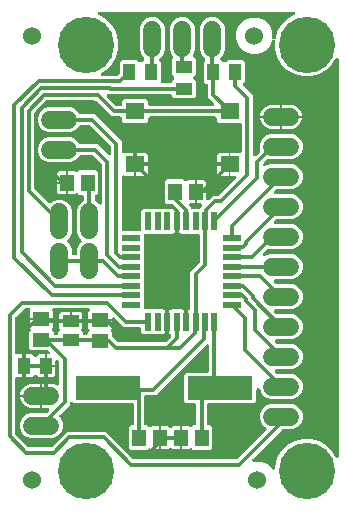
<source format=gbr>
G04 EAGLE Gerber X2 export*
%TF.Part,Single*%
%TF.FileFunction,Copper,L1,Top,Mixed*%
%TF.FilePolarity,Positive*%
%TF.GenerationSoftware,Autodesk,EAGLE,9.7.0*%
%TF.CreationDate,2022-05-12T22:12:44Z*%
G75*
%MOMM*%
%FSLAX46Y46*%
%LPD*%
%INTop Copper*%
%AMOC8*
5,1,8,0,0,1.08239X$1,22.5*%
G01*
G04 Define Apertures*
%ADD10R,1.164600X1.465300*%
%ADD11R,1.470000X1.020000*%
%ADD12R,1.465300X1.164600*%
%ADD13C,1.524000*%
%ADD14C,1.524000*%
%ADD15R,0.600000X1.500000*%
%ADD16R,1.500000X0.600000*%
%ADD17C,4.762500*%
%ADD18R,1.031200X1.420200*%
%ADD19R,1.420200X1.031200*%
%ADD20R,1.600000X1.400000*%
%ADD21R,5.500000X2.000000*%
%ADD22C,0.300000*%
G36*
X22756450Y3156475D02*
X22805144Y3191013D01*
X22836509Y3241809D01*
X22845750Y3293644D01*
X22845750Y3401000D01*
X23028469Y4082922D01*
X23381466Y4694325D01*
X23880675Y5193534D01*
X24492078Y5546531D01*
X25174000Y5729250D01*
X25880000Y5729250D01*
X26561922Y5546531D01*
X27173325Y5193534D01*
X27672534Y4694325D01*
X27948097Y4217041D01*
X27987638Y4172313D01*
X28041494Y4146550D01*
X28101131Y4143834D01*
X28157103Y4164594D01*
X28200547Y4205541D01*
X28224578Y4260191D01*
X28228000Y4292041D01*
X28228000Y37871959D01*
X28216119Y37930466D01*
X28182363Y37979703D01*
X28132072Y38011875D01*
X28073219Y38021884D01*
X28015122Y38008144D01*
X27966984Y37972834D01*
X27948097Y37946959D01*
X27672534Y37469675D01*
X27173325Y36970466D01*
X26561922Y36617469D01*
X25880000Y36434750D01*
X25174000Y36434750D01*
X24492078Y36617469D01*
X23880675Y36970466D01*
X23381466Y37469675D01*
X23028469Y38081078D01*
X22845750Y38763000D01*
X22845750Y39399566D01*
X22833869Y39458072D01*
X22800113Y39507309D01*
X22749822Y39539481D01*
X22690969Y39549491D01*
X22632872Y39535750D01*
X22584734Y39500441D01*
X22557169Y39456969D01*
X22373988Y39014725D01*
X21945275Y38586013D01*
X21385144Y38354000D01*
X20778856Y38354000D01*
X20218725Y38586013D01*
X19790013Y39014725D01*
X19558000Y39574856D01*
X19558000Y40181144D01*
X19790013Y40741275D01*
X20218725Y41169988D01*
X20778856Y41402000D01*
X21385144Y41402000D01*
X21945275Y41169988D01*
X22373988Y40741275D01*
X22606000Y40181144D01*
X22606000Y39713597D01*
X22617881Y39655091D01*
X22651638Y39605853D01*
X22701928Y39573681D01*
X22760781Y39563672D01*
X22818878Y39577413D01*
X22867016Y39612722D01*
X22900888Y39674775D01*
X23028469Y40150922D01*
X23381466Y40762325D01*
X23880675Y41261534D01*
X24480934Y41608097D01*
X24525663Y41647638D01*
X24551425Y41701494D01*
X24554141Y41761128D01*
X24533381Y41817103D01*
X24492434Y41860547D01*
X24437784Y41884578D01*
X24405934Y41888000D01*
X7979066Y41888000D01*
X7920559Y41876119D01*
X7871322Y41842363D01*
X7839150Y41792072D01*
X7829141Y41733219D01*
X7842881Y41675122D01*
X7878191Y41626984D01*
X7904066Y41608097D01*
X8504325Y41261534D01*
X9003534Y40762325D01*
X9356531Y40150922D01*
X9539250Y39469000D01*
X9539250Y38763000D01*
X9356531Y38081078D01*
X9003534Y37469675D01*
X8504325Y36970466D01*
X8140922Y36760653D01*
X8096194Y36721113D01*
X8070431Y36667256D01*
X8067716Y36607619D01*
X8088475Y36551647D01*
X8129422Y36508203D01*
X8184072Y36484172D01*
X8215922Y36480750D01*
X9462722Y36480750D01*
X9521228Y36492631D01*
X9568788Y36524684D01*
X9650966Y36606863D01*
X9683934Y36656631D01*
X9694900Y36712928D01*
X9694900Y37664366D01*
X9870634Y37840100D01*
X11150366Y37840100D01*
X11323934Y37666531D01*
X11373703Y37633563D01*
X11432391Y37622616D01*
X11490700Y37635428D01*
X11536066Y37666531D01*
X11728803Y37859269D01*
X11761772Y37909038D01*
X11772719Y37967725D01*
X11759906Y38026034D01*
X11728803Y38071400D01*
X11545678Y38254525D01*
X11384000Y38644853D01*
X11384000Y40591347D01*
X11545678Y40981675D01*
X11844425Y41280422D01*
X12234753Y41442100D01*
X12657247Y41442100D01*
X13047575Y41280422D01*
X13346322Y40981675D01*
X13508000Y40591347D01*
X13508000Y38644853D01*
X13346322Y38254525D01*
X13066697Y37974900D01*
X13033728Y37925131D01*
X13022781Y37866444D01*
X13035594Y37808134D01*
X13066697Y37762769D01*
X13165100Y37664366D01*
X13165100Y36002500D01*
X13176981Y35943994D01*
X13210738Y35894756D01*
X13261028Y35862584D01*
X13315100Y35852500D01*
X13957700Y35852500D01*
X14016206Y35864381D01*
X14065444Y35898138D01*
X14097616Y35948428D01*
X14107700Y36002500D01*
X14107700Y36042366D01*
X14281269Y36215934D01*
X14314238Y36265703D01*
X14325184Y36324391D01*
X14312372Y36382700D01*
X14281269Y36428066D01*
X14107700Y36601634D01*
X14107700Y37881366D01*
X14177203Y37950869D01*
X14210172Y38000638D01*
X14221119Y38059325D01*
X14208306Y38117634D01*
X14177203Y38163000D01*
X14085678Y38254525D01*
X13924000Y38644853D01*
X13924000Y40591347D01*
X14085678Y40981675D01*
X14384425Y41280422D01*
X14774753Y41442100D01*
X15197247Y41442100D01*
X15587575Y41280422D01*
X15886322Y40981675D01*
X16048000Y40591347D01*
X16048000Y38644853D01*
X15886138Y38254081D01*
X15874725Y38195481D01*
X15887069Y38137075D01*
X15918653Y38090613D01*
X16127900Y37881366D01*
X16127900Y36601634D01*
X15954331Y36428066D01*
X15921363Y36378297D01*
X15910416Y36319609D01*
X15923228Y36261300D01*
X15954331Y36215934D01*
X16127900Y36042366D01*
X16127900Y34762634D01*
X15952166Y34586900D01*
X14283434Y34586900D01*
X14107700Y34762634D01*
X14107700Y34802500D01*
X14095819Y34861006D01*
X14062063Y34910244D01*
X14011772Y34942416D01*
X13957700Y34952500D01*
X8718028Y34952500D01*
X8659522Y34940619D01*
X8610284Y34906863D01*
X8578113Y34856572D01*
X8568103Y34797719D01*
X8581844Y34739622D01*
X8611963Y34696434D01*
X9322463Y33985934D01*
X9372231Y33952966D01*
X9428528Y33942000D01*
X9736000Y33942000D01*
X9794506Y33953881D01*
X9843744Y33987638D01*
X9875916Y34037928D01*
X9886000Y34092000D01*
X9886000Y34316266D01*
X10061734Y34492000D01*
X11910266Y34492000D01*
X12086000Y34316266D01*
X12086000Y34092000D01*
X12097881Y34033494D01*
X12131638Y33984256D01*
X12181928Y33952084D01*
X12236000Y33942000D01*
X17537472Y33942000D01*
X17595978Y33953881D01*
X17645216Y33987638D01*
X17677388Y34037928D01*
X17687397Y34096781D01*
X17673656Y34154878D01*
X17643538Y34198066D01*
X17172500Y34669103D01*
X17172500Y35669900D01*
X17160619Y35728406D01*
X17126863Y35777644D01*
X17076572Y35809816D01*
X17022500Y35819900D01*
X16982634Y35819900D01*
X16806900Y35995634D01*
X16806900Y37664366D01*
X16905303Y37762769D01*
X16938272Y37812538D01*
X16949219Y37871225D01*
X16936406Y37929534D01*
X16905303Y37974900D01*
X16625678Y38254525D01*
X16464000Y38644853D01*
X16464000Y40591347D01*
X16625678Y40981675D01*
X16924425Y41280422D01*
X17314753Y41442100D01*
X17737247Y41442100D01*
X18127575Y41280422D01*
X18426322Y40981675D01*
X18588000Y40591347D01*
X18588000Y38644853D01*
X18426322Y38254525D01*
X18243197Y38071400D01*
X18210228Y38021631D01*
X18199281Y37962944D01*
X18212094Y37904634D01*
X18243197Y37859269D01*
X18435934Y37666531D01*
X18485703Y37633563D01*
X18544391Y37622616D01*
X18602700Y37635428D01*
X18648066Y37666531D01*
X18821634Y37840100D01*
X20101366Y37840100D01*
X20277100Y37664366D01*
X20277100Y35995634D01*
X20126194Y35844728D01*
X20093225Y35794959D01*
X20082278Y35736272D01*
X20095091Y35677963D01*
X20126194Y35632597D01*
X20940000Y34818791D01*
X20940000Y29804528D01*
X20951881Y29746022D01*
X20985638Y29696784D01*
X21035928Y29664613D01*
X21094781Y29654603D01*
X21152878Y29668344D01*
X21196066Y29698463D01*
X21538256Y30040653D01*
X21571225Y30090422D01*
X21582172Y30149109D01*
X21570772Y30204122D01*
X21544000Y30268753D01*
X21544000Y30691247D01*
X21705678Y31081575D01*
X22004425Y31380322D01*
X22394753Y31542000D01*
X24341247Y31542000D01*
X24731575Y31380322D01*
X25030322Y31081575D01*
X25192000Y30691247D01*
X25192000Y30268753D01*
X25030322Y29878425D01*
X24731575Y29579678D01*
X24341247Y29418000D01*
X22394756Y29418000D01*
X22341431Y29440088D01*
X22282834Y29451497D01*
X22224425Y29439150D01*
X22177966Y29407569D01*
X21865553Y29095156D01*
X21832584Y29045388D01*
X21821638Y28986700D01*
X21834450Y28928391D01*
X21868988Y28879697D01*
X21919784Y28848331D01*
X21978791Y28839263D01*
X22029022Y28850509D01*
X22394753Y29002000D01*
X24341247Y29002000D01*
X24731575Y28840322D01*
X25030322Y28541575D01*
X25192000Y28151247D01*
X25192000Y27728753D01*
X25030322Y27338425D01*
X24731575Y27039678D01*
X24341247Y26878000D01*
X23004528Y26878000D01*
X22946022Y26866119D01*
X22898463Y26834066D01*
X22782463Y26718066D01*
X22749494Y26668297D01*
X22738547Y26609609D01*
X22751359Y26551300D01*
X22785897Y26502606D01*
X22836694Y26471241D01*
X22888528Y26462000D01*
X24341247Y26462000D01*
X24731575Y26300322D01*
X25030322Y26001575D01*
X25192000Y25611247D01*
X25192000Y25188753D01*
X25030322Y24798425D01*
X24731575Y24499678D01*
X24341247Y24338000D01*
X23004528Y24338000D01*
X22946022Y24326119D01*
X22898463Y24294066D01*
X22782463Y24178066D01*
X22749494Y24128297D01*
X22738547Y24069609D01*
X22751359Y24011300D01*
X22785897Y23962606D01*
X22836694Y23931241D01*
X22888528Y23922000D01*
X24341247Y23922000D01*
X24731575Y23760322D01*
X25030322Y23461575D01*
X25192000Y23071247D01*
X25192000Y22648753D01*
X25030322Y22258425D01*
X24731575Y21959678D01*
X24341247Y21798000D01*
X22394750Y21798000D01*
X22335775Y21822428D01*
X22277178Y21833841D01*
X22218769Y21821497D01*
X22172309Y21789913D01*
X21851897Y21469500D01*
X21818928Y21419731D01*
X21807981Y21361044D01*
X21820794Y21302734D01*
X21855331Y21254041D01*
X21906128Y21222675D01*
X21965134Y21213606D01*
X22015366Y21224853D01*
X22394753Y21382000D01*
X24341247Y21382000D01*
X24731575Y21220322D01*
X25030322Y20921575D01*
X25192000Y20531247D01*
X25192000Y20108753D01*
X25030322Y19718425D01*
X24731575Y19419678D01*
X24341247Y19258000D01*
X22888528Y19258000D01*
X22830022Y19246119D01*
X22780784Y19212363D01*
X22748613Y19162072D01*
X22738603Y19103219D01*
X22752344Y19045122D01*
X22782463Y19001934D01*
X22898463Y18885934D01*
X22948231Y18852966D01*
X23004528Y18842000D01*
X24341247Y18842000D01*
X24731575Y18680322D01*
X25030322Y18381575D01*
X25192000Y17991247D01*
X25192000Y17568753D01*
X25030322Y17178425D01*
X24731575Y16879678D01*
X24341247Y16718000D01*
X22888528Y16718000D01*
X22830022Y16706119D01*
X22780784Y16672363D01*
X22748613Y16622072D01*
X22738603Y16563219D01*
X22752344Y16505122D01*
X22782463Y16461934D01*
X22898463Y16345934D01*
X22948231Y16312966D01*
X23004528Y16302000D01*
X24341247Y16302000D01*
X24731575Y16140322D01*
X25030322Y15841575D01*
X25192000Y15451247D01*
X25192000Y15028753D01*
X25030322Y14638425D01*
X24731575Y14339678D01*
X24341247Y14178000D01*
X22952497Y14178000D01*
X22893991Y14166119D01*
X22844753Y14132363D01*
X22812581Y14082072D01*
X22802572Y14023219D01*
X22816313Y13965122D01*
X22846431Y13921934D01*
X22962431Y13805934D01*
X23012200Y13772966D01*
X23068497Y13762000D01*
X24341247Y13762000D01*
X24731575Y13600322D01*
X25030322Y13301575D01*
X25192000Y12911247D01*
X25192000Y12488753D01*
X25030322Y12098425D01*
X24731575Y11799678D01*
X24341247Y11638000D01*
X22952497Y11638000D01*
X22893991Y11626119D01*
X22844753Y11592363D01*
X22812581Y11542072D01*
X22802572Y11483219D01*
X22816313Y11425122D01*
X22846431Y11381934D01*
X22962431Y11265934D01*
X23012200Y11232966D01*
X23068497Y11222000D01*
X24341247Y11222000D01*
X24731575Y11060322D01*
X25030322Y10761575D01*
X25192000Y10371247D01*
X25192000Y9948753D01*
X25030322Y9558425D01*
X24731575Y9259678D01*
X24341247Y9098000D01*
X22394753Y9098000D01*
X22004425Y9259678D01*
X21705678Y9558425D01*
X21550581Y9932866D01*
X21517219Y9982372D01*
X21467188Y10014941D01*
X21408413Y10025419D01*
X21350209Y10012144D01*
X21301794Y9977219D01*
X21270831Y9926175D01*
X21262000Y9875463D01*
X21262000Y8933334D01*
X21086266Y8757600D01*
X17223400Y8757600D01*
X17164894Y8745719D01*
X17115656Y8711963D01*
X17083484Y8661672D01*
X17073400Y8607600D01*
X17073400Y7024650D01*
X17085281Y6966144D01*
X17119038Y6916906D01*
X17169328Y6884734D01*
X17223400Y6874650D01*
X17329966Y6874650D01*
X17505700Y6698916D01*
X17505700Y4985084D01*
X17329966Y4809350D01*
X15916838Y4809350D01*
X15821544Y4904647D01*
X15771772Y4937616D01*
X15713084Y4948563D01*
X15654778Y4935753D01*
X15609409Y4904647D01*
X15560113Y4855350D01*
X14948800Y4855350D01*
X14948800Y6828650D01*
X15560109Y6828650D01*
X15609409Y6779353D01*
X15659181Y6746384D01*
X15717869Y6735441D01*
X15776178Y6748253D01*
X15821541Y6779356D01*
X15916834Y6874650D01*
X16023400Y6874650D01*
X16081906Y6886531D01*
X16131144Y6920288D01*
X16163316Y6970578D01*
X16173400Y7024650D01*
X16173400Y8607600D01*
X16161519Y8666106D01*
X16127763Y8715344D01*
X16077472Y8747516D01*
X16023400Y8757600D01*
X15337734Y8757600D01*
X15162000Y8933334D01*
X15162000Y11181866D01*
X15337734Y11357600D01*
X17109800Y11357600D01*
X17168306Y11369481D01*
X17217544Y11403238D01*
X17249716Y11453528D01*
X17259800Y11507600D01*
X17259800Y13620678D01*
X17247919Y13679184D01*
X17214163Y13728422D01*
X17163872Y13760594D01*
X17105019Y13770603D01*
X17046922Y13756863D01*
X17003734Y13726744D01*
X12732991Y9456000D01*
X11916600Y9456000D01*
X11858094Y9444119D01*
X11808856Y9410363D01*
X11776684Y9360072D01*
X11766600Y9306000D01*
X11766600Y7024650D01*
X11778481Y6966144D01*
X11812238Y6916906D01*
X11862528Y6884734D01*
X11916600Y6874650D01*
X12023163Y6874650D01*
X12118463Y6779353D01*
X12168234Y6746388D01*
X12226922Y6735441D01*
X12285228Y6748253D01*
X12330594Y6779356D01*
X12379888Y6828650D01*
X12991200Y6828650D01*
X12991200Y4855350D01*
X12379891Y4855350D01*
X12330597Y4904647D01*
X12280828Y4937616D01*
X12222141Y4948563D01*
X12163831Y4935753D01*
X12118463Y4904647D01*
X12023166Y4809350D01*
X10610034Y4809350D01*
X10434300Y4985084D01*
X10434300Y6698916D01*
X10610034Y6874650D01*
X10716600Y6874650D01*
X10775106Y6886531D01*
X10824344Y6920288D01*
X10856516Y6970578D01*
X10866600Y7024650D01*
X10866600Y8607600D01*
X10854719Y8666106D01*
X10820963Y8715344D01*
X10770672Y8747516D01*
X10716600Y8757600D01*
X5837734Y8757600D01*
X5728066Y8867269D01*
X5678297Y8900238D01*
X5619609Y8911184D01*
X5561300Y8898372D01*
X5512606Y8863834D01*
X5481241Y8813038D01*
X5472000Y8761203D01*
X5472000Y8645603D01*
X4604213Y7777816D01*
X4571244Y7728047D01*
X4560297Y7669359D01*
X4573109Y7611050D01*
X4604213Y7565684D01*
X4710322Y7459575D01*
X4872000Y7069247D01*
X4872000Y6646753D01*
X4710322Y6256425D01*
X4411575Y5957678D01*
X4021247Y5796000D01*
X2074753Y5796000D01*
X1684425Y5957678D01*
X1385678Y6256425D01*
X1224000Y6646753D01*
X1224000Y7069247D01*
X1385678Y7459575D01*
X1684425Y7758322D01*
X2074753Y7920000D01*
X3411472Y7920000D01*
X3469978Y7931881D01*
X3517538Y7963934D01*
X3679538Y8125934D01*
X3712506Y8175703D01*
X3723453Y8234391D01*
X3710641Y8292700D01*
X3676103Y8341394D01*
X3625306Y8372759D01*
X3573472Y8382000D01*
X3124200Y8382000D01*
X3124200Y10414000D01*
X4012097Y10414000D01*
X4364597Y10267991D01*
X4423197Y10256578D01*
X4481606Y10268922D01*
X4530572Y10303072D01*
X4562341Y10353616D01*
X4572000Y10406572D01*
X4572000Y12255472D01*
X4560119Y12313978D01*
X4528066Y12361538D01*
X4485166Y12404438D01*
X4435397Y12437406D01*
X4376709Y12448353D01*
X4318400Y12435541D01*
X4269706Y12401003D01*
X4238341Y12350206D01*
X4229100Y12298372D01*
X4229100Y12014200D01*
X3535700Y12014200D01*
X3535700Y12902100D01*
X3625372Y12902100D01*
X3683878Y12913981D01*
X3733116Y12947738D01*
X3765288Y12998028D01*
X3775297Y13056881D01*
X3761556Y13114978D01*
X3731438Y13158166D01*
X3705238Y13184366D01*
X3655469Y13217334D01*
X3599172Y13228300D01*
X2200834Y13228300D01*
X2025100Y13404034D01*
X2025100Y14817166D01*
X2120397Y14912463D01*
X2153366Y14962231D01*
X2164313Y15020919D01*
X2151500Y15079228D01*
X2120397Y15124597D01*
X2071100Y15173891D01*
X2071100Y15785200D01*
X4044400Y15785200D01*
X4044400Y15173888D01*
X3995106Y15124594D01*
X3962138Y15074825D01*
X3951191Y15016138D01*
X3964003Y14957828D01*
X3995103Y14912463D01*
X4090400Y14817163D01*
X4090400Y14710600D01*
X4102281Y14652094D01*
X4136038Y14602856D01*
X4186328Y14570684D01*
X4240400Y14560600D01*
X4346350Y14560600D01*
X4404856Y14572481D01*
X4454094Y14606238D01*
X4486266Y14656528D01*
X4496350Y14710600D01*
X4496350Y14753266D01*
X4588547Y14845463D01*
X4621516Y14895231D01*
X4632463Y14953919D01*
X4619650Y15012228D01*
X4588547Y15057597D01*
X4542350Y15103791D01*
X4542350Y15642800D01*
X6520350Y15642800D01*
X6520350Y15103788D01*
X6474156Y15057594D01*
X6441188Y15007825D01*
X6430241Y14949138D01*
X6443053Y14890828D01*
X6474153Y14845463D01*
X6566350Y14753263D01*
X6566350Y14719000D01*
X6578231Y14660494D01*
X6611988Y14611256D01*
X6662278Y14579084D01*
X6716350Y14569000D01*
X6841400Y14569000D01*
X6899906Y14580881D01*
X6949144Y14614638D01*
X6981316Y14664928D01*
X6991400Y14719000D01*
X6991400Y14769866D01*
X7086697Y14865163D01*
X7119666Y14914931D01*
X7130613Y14973619D01*
X7117800Y15031928D01*
X7086697Y15077297D01*
X7037400Y15126591D01*
X7037400Y15737900D01*
X9010700Y15737900D01*
X9010700Y15126588D01*
X8961406Y15077294D01*
X8928438Y15027525D01*
X8917491Y14968838D01*
X8930303Y14910528D01*
X8961403Y14865163D01*
X9056700Y14769863D01*
X9056700Y14501828D01*
X9068581Y14443322D01*
X9100634Y14395763D01*
X9540463Y13955934D01*
X9590231Y13922966D01*
X9646528Y13912000D01*
X13467472Y13912000D01*
X13525978Y13923881D01*
X13573538Y13955934D01*
X14015866Y14398263D01*
X14048834Y14448031D01*
X14059800Y14504328D01*
X14059800Y14509600D01*
X14047919Y14568106D01*
X14014163Y14617344D01*
X13963872Y14649516D01*
X13909800Y14659600D01*
X13786000Y14659600D01*
X13786000Y16667600D01*
X13977403Y16667600D01*
X14035909Y16679481D01*
X14083469Y16711534D01*
X14085534Y16713600D01*
X14934066Y16713600D01*
X14936131Y16711534D01*
X14985900Y16678566D01*
X15042197Y16667600D01*
X15233600Y16667600D01*
X15233600Y15587400D01*
X15386000Y15587400D01*
X15386000Y16667600D01*
X15509800Y16667600D01*
X15568306Y16679481D01*
X15617544Y16713238D01*
X15649716Y16763528D01*
X15659800Y16817600D01*
X15659800Y19852197D01*
X16415866Y20608263D01*
X16448834Y20658031D01*
X16459800Y20714328D01*
X16459800Y22963600D01*
X16447919Y23022106D01*
X16414163Y23071344D01*
X16363872Y23103516D01*
X16309800Y23113600D01*
X14885534Y23113600D01*
X14883469Y23115666D01*
X14833700Y23148634D01*
X14777403Y23159600D01*
X14586000Y23159600D01*
X14586000Y24239800D01*
X14433600Y24239800D01*
X14433600Y23159600D01*
X14242197Y23159600D01*
X14183691Y23147719D01*
X14136131Y23115666D01*
X14134066Y23113600D01*
X11859800Y23113600D01*
X11801294Y23101719D01*
X11752056Y23067963D01*
X11719884Y23017672D01*
X11709800Y22963600D01*
X11709800Y16863600D01*
X11721681Y16805094D01*
X11755438Y16755856D01*
X11805728Y16723684D01*
X11859800Y16713600D01*
X13334066Y16713600D01*
X13336131Y16711534D01*
X13385900Y16678566D01*
X13442197Y16667600D01*
X13633600Y16667600D01*
X13633600Y14659600D01*
X13442197Y14659600D01*
X13383691Y14647719D01*
X13336131Y14615666D01*
X13334066Y14613600D01*
X11685534Y14613600D01*
X11509800Y14789334D01*
X11509800Y15063600D01*
X11497919Y15122106D01*
X11464163Y15171344D01*
X11413872Y15203516D01*
X11359800Y15213600D01*
X10058003Y15213600D01*
X9266766Y16004838D01*
X9216997Y16037806D01*
X9158309Y16048753D01*
X9100000Y16035941D01*
X9051306Y16001403D01*
X9019941Y15950606D01*
X9010700Y15898772D01*
X9010700Y15890300D01*
X7037400Y15890300D01*
X7037400Y16501613D01*
X7101722Y16565934D01*
X7134691Y16615703D01*
X7145638Y16674391D01*
X7132825Y16732700D01*
X7098288Y16781394D01*
X7047491Y16812759D01*
X6995656Y16822000D01*
X4133444Y16822000D01*
X4074938Y16810119D01*
X4025700Y16776363D01*
X3993528Y16726072D01*
X3983519Y16667219D01*
X3997259Y16609122D01*
X4027378Y16565934D01*
X4044400Y16548913D01*
X4044400Y15937600D01*
X2071100Y15937600D01*
X2071100Y16548913D01*
X2088122Y16565934D01*
X2121091Y16615703D01*
X2132038Y16674391D01*
X2119225Y16732700D01*
X2084688Y16781394D01*
X2033891Y16812759D01*
X1982056Y16822000D01*
X1698647Y16822000D01*
X1640141Y16810119D01*
X1592581Y16778066D01*
X894834Y16080319D01*
X861866Y16030550D01*
X850900Y15974253D01*
X850900Y13052100D01*
X862781Y12993594D01*
X896538Y12944356D01*
X946828Y12912184D01*
X1000900Y12902100D01*
X1544300Y12902100D01*
X1544300Y10973900D01*
X1000900Y10973900D01*
X942394Y10962019D01*
X893156Y10928263D01*
X860984Y10877972D01*
X850900Y10823900D01*
X850900Y6197628D01*
X862781Y6139122D01*
X894834Y6091563D01*
X1920463Y5065934D01*
X1970231Y5032966D01*
X2026528Y5022000D01*
X3875478Y5022000D01*
X3933984Y5033881D01*
X3981544Y5065934D01*
X5244859Y6329250D01*
X8531147Y6329250D01*
X10810463Y4049934D01*
X10860231Y4016966D01*
X10916528Y4006000D01*
X19563472Y4006000D01*
X19621978Y4017881D01*
X19669538Y4049934D01*
X22082466Y6462863D01*
X22115434Y6512631D01*
X22126381Y6571319D01*
X22113569Y6629628D01*
X22079031Y6678322D01*
X22033803Y6707509D01*
X22004425Y6719678D01*
X21705678Y7018425D01*
X21544000Y7408753D01*
X21544000Y7831247D01*
X21705678Y8221575D01*
X22004425Y8520322D01*
X22394753Y8682000D01*
X24341247Y8682000D01*
X24731575Y8520322D01*
X25030322Y8221575D01*
X25192000Y7831247D01*
X25192000Y7408753D01*
X25030322Y7018425D01*
X24731575Y6719678D01*
X24341247Y6558000D01*
X23512528Y6558000D01*
X23454022Y6546119D01*
X23406463Y6514066D01*
X20958463Y4066066D01*
X20925494Y4016297D01*
X20914547Y3957609D01*
X20927359Y3899300D01*
X20961897Y3850606D01*
X21012694Y3819241D01*
X21064528Y3810000D01*
X21639144Y3810000D01*
X22199275Y3577988D01*
X22589684Y3187578D01*
X22639453Y3154609D01*
X22698141Y3143663D01*
X22756450Y3156475D01*
G37*
%LPC*%
G36*
X21590000Y33096200D02*
X21590000Y33222097D01*
X21744675Y33595519D01*
X22030481Y33881325D01*
X22403903Y34036000D01*
X23291800Y34036000D01*
X23291800Y33096200D01*
X21590000Y33096200D01*
G37*
G36*
X23444200Y33096200D02*
X23444200Y34036000D01*
X24332097Y34036000D01*
X24705519Y33881325D01*
X24991325Y33595519D01*
X25146000Y33222097D01*
X25146000Y33096200D01*
X23444200Y33096200D01*
G37*
G36*
X23444200Y32004000D02*
X23444200Y32943800D01*
X25146000Y32943800D01*
X25146000Y32817903D01*
X24991325Y32444481D01*
X24705519Y32158675D01*
X24332097Y32004000D01*
X23444200Y32004000D01*
G37*
G36*
X22403903Y32004000D02*
X22030481Y32158675D01*
X21744675Y32444481D01*
X21590000Y32817903D01*
X21590000Y32943800D01*
X23291800Y32943800D01*
X23291800Y32004000D01*
X22403903Y32004000D01*
G37*
G36*
X4542350Y15795200D02*
X4542350Y16334213D01*
X4691138Y16483000D01*
X5455150Y16483000D01*
X5455150Y15795200D01*
X4542350Y15795200D01*
G37*
G36*
X5607550Y15795200D02*
X5607550Y16483000D01*
X6371563Y16483000D01*
X6520350Y16334213D01*
X6520350Y15795200D01*
X5607550Y15795200D01*
G37*
G36*
X1696700Y10973900D02*
X1696700Y12902100D01*
X2241313Y12902100D01*
X2433934Y12709478D01*
X2483703Y12676509D01*
X2542391Y12665563D01*
X2600700Y12678375D01*
X2646066Y12709478D01*
X2838688Y12902100D01*
X3383300Y12902100D01*
X3383300Y10973900D01*
X2838688Y10973900D01*
X2646066Y11166522D01*
X2596297Y11199491D01*
X2537609Y11210438D01*
X2479300Y11197625D01*
X2433934Y11166522D01*
X2241313Y10973900D01*
X1696700Y10973900D01*
G37*
G36*
X3535700Y10973900D02*
X3535700Y11861800D01*
X4229100Y11861800D01*
X4229100Y11122688D01*
X4080313Y10973900D01*
X3535700Y10973900D01*
G37*
G36*
X1270000Y9474200D02*
X1270000Y9600097D01*
X1424675Y9973519D01*
X1710481Y10259325D01*
X2083903Y10414000D01*
X2971800Y10414000D01*
X2971800Y9474200D01*
X1270000Y9474200D01*
G37*
G36*
X2083903Y8382000D02*
X1710481Y8536675D01*
X1424675Y8822481D01*
X1270000Y9195903D01*
X1270000Y9321800D01*
X2971800Y9321800D01*
X2971800Y8382000D01*
X2083903Y8382000D01*
G37*
G36*
X13143600Y4855350D02*
X13143600Y6828650D01*
X13754913Y6828650D01*
X13863934Y6719628D01*
X13913703Y6686659D01*
X13972391Y6675713D01*
X14030700Y6688525D01*
X14076066Y6719628D01*
X14185088Y6828650D01*
X14796400Y6828650D01*
X14796400Y4855350D01*
X14185088Y4855350D01*
X14076066Y4964372D01*
X14026297Y4997341D01*
X13967609Y5008288D01*
X13909300Y4995475D01*
X13863934Y4964372D01*
X13754913Y4855350D01*
X13143600Y4855350D01*
G37*
%LPD*%
G36*
X11418306Y23325481D02*
X11467544Y23359238D01*
X11499716Y23409528D01*
X11509800Y23463600D01*
X11509800Y25037866D01*
X11685534Y25213600D01*
X14196197Y25213600D01*
X14254703Y25225481D01*
X14303941Y25259238D01*
X14336113Y25309528D01*
X14346122Y25368381D01*
X14332381Y25426478D01*
X14302263Y25469666D01*
X14178513Y25593416D01*
X14128744Y25626384D01*
X14072447Y25637350D01*
X13658034Y25637350D01*
X13482300Y25813084D01*
X13482300Y27526916D01*
X13658034Y27702650D01*
X15071163Y27702650D01*
X15166463Y27607353D01*
X15216234Y27574388D01*
X15274922Y27563441D01*
X15333228Y27576253D01*
X15378594Y27607356D01*
X15427888Y27656650D01*
X16039200Y27656650D01*
X16039200Y25683350D01*
X15723503Y25683350D01*
X15664997Y25671469D01*
X15615759Y25637713D01*
X15583588Y25587422D01*
X15573578Y25528569D01*
X15587319Y25470472D01*
X15617438Y25427284D01*
X15717109Y25327613D01*
X15721681Y25305094D01*
X15755438Y25255856D01*
X15805728Y25223684D01*
X15859800Y25213600D01*
X16374878Y25213600D01*
X16433384Y25225481D01*
X16480944Y25257534D01*
X16650694Y25427284D01*
X16683663Y25477053D01*
X16694609Y25535741D01*
X16681797Y25594050D01*
X16647259Y25642744D01*
X16596463Y25674109D01*
X16544628Y25683350D01*
X16191600Y25683350D01*
X16191600Y26593800D01*
X16951700Y26593800D01*
X16951700Y26090422D01*
X16963581Y26031916D01*
X16997338Y25982678D01*
X17047628Y25950506D01*
X17106481Y25940497D01*
X17164578Y25954238D01*
X17207766Y25984356D01*
X17545009Y26321600D01*
X18007466Y26321600D01*
X18065972Y26333481D01*
X18113531Y26365534D01*
X19529931Y27781934D01*
X19562900Y27831703D01*
X19573847Y27890391D01*
X19561034Y27948700D01*
X19526497Y27997394D01*
X19475700Y28028759D01*
X19423866Y28038000D01*
X19062200Y28038000D01*
X19062200Y29946000D01*
X19890000Y29946000D01*
X19948506Y29957881D01*
X19997744Y29991638D01*
X20029916Y30041928D01*
X20040000Y30096000D01*
X20040000Y32342000D01*
X20028119Y32400506D01*
X19994363Y32449744D01*
X19944072Y32481916D01*
X19890000Y32492000D01*
X18061734Y32492000D01*
X17886000Y32667734D01*
X17886000Y32892000D01*
X17874119Y32950506D01*
X17840363Y32999744D01*
X17790072Y33031916D01*
X17736000Y33042000D01*
X12236000Y33042000D01*
X12177494Y33030119D01*
X12128256Y32996363D01*
X12096084Y32946072D01*
X12086000Y32892000D01*
X12086000Y32667734D01*
X11910266Y32492000D01*
X10061734Y32492000D01*
X9886000Y32667734D01*
X9886000Y32892000D01*
X9874119Y32950506D01*
X9840363Y32999744D01*
X9790072Y33031916D01*
X9736000Y33042000D01*
X8993603Y33042000D01*
X7698788Y34336816D01*
X7649019Y34369784D01*
X7592722Y34380750D01*
X3560716Y34380750D01*
X3502209Y34368869D01*
X3454650Y34336816D01*
X2491934Y33374100D01*
X2458966Y33324331D01*
X2448000Y33268034D01*
X2448000Y33007081D01*
X2459881Y32948575D01*
X2493638Y32899338D01*
X2543928Y32867166D01*
X2602781Y32857156D01*
X2660878Y32870897D01*
X2709016Y32906206D01*
X2736581Y32949678D01*
X2909678Y33367575D01*
X3208425Y33666322D01*
X3598753Y33828000D01*
X5545247Y33828000D01*
X5935575Y33666322D01*
X6234322Y33367575D01*
X6258750Y33308600D01*
X6292113Y33259094D01*
X6342144Y33226522D01*
X6397331Y33216000D01*
X7552397Y33216000D01*
X9848000Y30920397D01*
X9848000Y30075344D01*
X9859881Y30016838D01*
X9893638Y29967600D01*
X9943928Y29935428D01*
X10002781Y29925419D01*
X10060878Y29939159D01*
X10070688Y29946000D01*
X10909800Y29946000D01*
X10909800Y28038000D01*
X10068925Y28038000D01*
X10054297Y28047691D01*
X9995609Y28058638D01*
X9937300Y28045825D01*
X9888606Y28011288D01*
X9857241Y27960491D01*
X9848000Y27908656D01*
X9848000Y23463600D01*
X9859881Y23405094D01*
X9893638Y23355856D01*
X9943928Y23323684D01*
X9998000Y23313600D01*
X11359800Y23313600D01*
X11418306Y23325481D01*
G37*
%LPC*%
G36*
X11062200Y29068200D02*
X11062200Y29946000D01*
X11891213Y29946000D01*
X12040000Y29797213D01*
X12040000Y29068200D01*
X11062200Y29068200D01*
G37*
G36*
X17932000Y29068200D02*
X17932000Y29797213D01*
X18080788Y29946000D01*
X18909800Y29946000D01*
X18909800Y29068200D01*
X17932000Y29068200D01*
G37*
G36*
X18080788Y28038000D02*
X17932000Y28186788D01*
X17932000Y28915800D01*
X18909800Y28915800D01*
X18909800Y28038000D01*
X18080788Y28038000D01*
G37*
G36*
X11062200Y28038000D02*
X11062200Y28915800D01*
X12040000Y28915800D01*
X12040000Y28186788D01*
X11891213Y28038000D01*
X11062200Y28038000D01*
G37*
G36*
X16191600Y26746200D02*
X16191600Y27656650D01*
X16802913Y27656650D01*
X16951700Y27507863D01*
X16951700Y26746200D01*
X16191600Y26746200D01*
G37*
%LPD*%
G36*
X8858700Y29759359D02*
X8907394Y29793897D01*
X8938759Y29844694D01*
X8948000Y29896528D01*
X8948000Y30485472D01*
X8936119Y30543978D01*
X8904066Y30591538D01*
X7223538Y32272066D01*
X7173769Y32305034D01*
X7117472Y32316000D01*
X6397331Y32316000D01*
X6338825Y32304119D01*
X6289588Y32270363D01*
X6258750Y32223400D01*
X6234322Y32164425D01*
X5935575Y31865678D01*
X5545247Y31704000D01*
X3598753Y31704000D01*
X3208425Y31865678D01*
X2909678Y32164425D01*
X2736581Y32582322D01*
X2703219Y32631828D01*
X2653188Y32664397D01*
X2594413Y32674875D01*
X2536209Y32661600D01*
X2487794Y32626675D01*
X2456831Y32575631D01*
X2448000Y32524919D01*
X2448000Y30467081D01*
X2459881Y30408575D01*
X2493638Y30359338D01*
X2543928Y30327166D01*
X2602781Y30317156D01*
X2660878Y30330897D01*
X2709016Y30366206D01*
X2736581Y30409678D01*
X2909678Y30827575D01*
X3208425Y31126322D01*
X3598753Y31288000D01*
X5545247Y31288000D01*
X5935575Y31126322D01*
X6234322Y30827575D01*
X6258750Y30768600D01*
X6292113Y30719094D01*
X6342144Y30686522D01*
X6397331Y30676000D01*
X7806397Y30676000D01*
X8691934Y29790463D01*
X8741703Y29757494D01*
X8800391Y29746547D01*
X8858700Y29759359D01*
G37*
G36*
X5958506Y21289881D02*
X6007744Y21323638D01*
X6039916Y21373928D01*
X6050000Y21428000D01*
X6050000Y21801247D01*
X6211678Y22191575D01*
X6416038Y22395934D01*
X6449006Y22445703D01*
X6459953Y22504391D01*
X6447141Y22562700D01*
X6416038Y22608066D01*
X6211678Y22812425D01*
X6050000Y23202753D01*
X6050000Y25149247D01*
X6211678Y25539575D01*
X6510425Y25838322D01*
X6569400Y25862750D01*
X6618906Y25896113D01*
X6651478Y25946144D01*
X6662000Y26001331D01*
X6662000Y26249350D01*
X6650119Y26307856D01*
X6616363Y26357094D01*
X6566072Y26389266D01*
X6512000Y26399350D01*
X6264838Y26399350D01*
X6169544Y26494647D01*
X6119772Y26527616D01*
X6061084Y26538563D01*
X6002778Y26525753D01*
X5957409Y26494647D01*
X5908113Y26445350D01*
X5296800Y26445350D01*
X5296800Y28418650D01*
X5908109Y28418650D01*
X5957409Y28369353D01*
X6007181Y28336384D01*
X6065869Y28325441D01*
X6124178Y28338253D01*
X6169541Y28369356D01*
X6264834Y28464650D01*
X7677966Y28464650D01*
X7853700Y28288916D01*
X7853700Y26575084D01*
X7669294Y26390678D01*
X7653494Y26387469D01*
X7604256Y26353713D01*
X7572084Y26303422D01*
X7562000Y26249350D01*
X7562000Y26001331D01*
X7573881Y25942825D01*
X7607638Y25893588D01*
X7654600Y25862750D01*
X7713575Y25838322D01*
X7929934Y25621963D01*
X7979703Y25588994D01*
X8038391Y25578047D01*
X8096700Y25590859D01*
X8145394Y25625397D01*
X8176759Y25676194D01*
X8186000Y25728028D01*
X8186000Y28961472D01*
X8174119Y29019978D01*
X8142066Y29067538D01*
X7477538Y29732066D01*
X7427769Y29765034D01*
X7371472Y29776000D01*
X6397331Y29776000D01*
X6338825Y29764119D01*
X6289588Y29730363D01*
X6258750Y29683400D01*
X6234322Y29624425D01*
X5935575Y29325678D01*
X5545247Y29164000D01*
X3598753Y29164000D01*
X3208425Y29325678D01*
X2909678Y29624425D01*
X2736581Y30042322D01*
X2703219Y30091828D01*
X2653188Y30124397D01*
X2594413Y30134875D01*
X2536209Y30121600D01*
X2487794Y30086675D01*
X2456831Y30035631D01*
X2448000Y29984919D01*
X2448000Y26998528D01*
X2459881Y26940022D01*
X2491934Y26892463D01*
X3652184Y25732213D01*
X3701953Y25699244D01*
X3760641Y25688297D01*
X3818950Y25701109D01*
X3864316Y25732213D01*
X3970425Y25838322D01*
X4360753Y26000000D01*
X4783247Y26000000D01*
X5173575Y25838322D01*
X5472322Y25539575D01*
X5634000Y25149247D01*
X5634000Y23202753D01*
X5472322Y22812425D01*
X5267963Y22608066D01*
X5234994Y22558297D01*
X5224047Y22499609D01*
X5236859Y22441300D01*
X5267963Y22395934D01*
X5472322Y22191575D01*
X5634000Y21801247D01*
X5634000Y21428000D01*
X5645881Y21369494D01*
X5679638Y21320256D01*
X5729928Y21288084D01*
X5784000Y21278000D01*
X5900000Y21278000D01*
X5958506Y21289881D01*
G37*
%LPC*%
G36*
X4384300Y27508200D02*
X4384300Y28269863D01*
X4533088Y28418650D01*
X5144400Y28418650D01*
X5144400Y27508200D01*
X4384300Y27508200D01*
G37*
G36*
X4533088Y26445350D02*
X4384300Y26594138D01*
X4384300Y27355800D01*
X5144400Y27355800D01*
X5144400Y26445350D01*
X4533088Y26445350D01*
G37*
%LPD*%
D10*
X13067400Y5842000D03*
X11316600Y5842000D03*
X14872600Y5842000D03*
X16623400Y5842000D03*
X14364600Y26670000D03*
X16115400Y26670000D03*
D11*
X5531350Y15719000D03*
X5531350Y14119000D03*
D12*
X3057750Y15861400D03*
X3057750Y14110600D03*
X8024050Y15814100D03*
X8024050Y14063300D03*
D10*
X5220600Y27432000D03*
X6971400Y27432000D03*
D13*
X21336000Y2286000D03*
X2286000Y2286000D03*
X21082000Y39878000D03*
X2286000Y39878000D03*
D14*
X3810000Y32766000D02*
X5334000Y32766000D01*
X5334000Y30226000D02*
X3810000Y30226000D01*
D15*
X12109800Y15663600D03*
X12909800Y15663600D03*
X13709800Y15663600D03*
X14509800Y15663600D03*
X15309800Y15663600D03*
X16109800Y15663600D03*
X16909800Y15663600D03*
X17709800Y15663600D03*
D16*
X19159800Y17113600D03*
X19159800Y17913600D03*
X19159800Y18713600D03*
X19159800Y19513600D03*
X19159800Y20313600D03*
X19159800Y21113600D03*
X19159800Y21913600D03*
X19159800Y22713600D03*
D15*
X17709800Y24163600D03*
X16909800Y24163600D03*
X16109800Y24163600D03*
X15309800Y24163600D03*
X14509800Y24163600D03*
X13709800Y24163600D03*
X12909800Y24163600D03*
X12109800Y24163600D03*
D16*
X10659800Y22713600D03*
X10659800Y21913600D03*
X10659800Y21113600D03*
X10659800Y20313600D03*
X10659800Y19513600D03*
X10659800Y18713600D03*
X10659800Y17913600D03*
X10659800Y17113600D03*
D14*
X22606000Y33020000D02*
X24130000Y33020000D01*
X24130000Y30480000D02*
X22606000Y30480000D01*
X22606000Y27940000D02*
X24130000Y27940000D01*
X24130000Y25400000D02*
X22606000Y25400000D01*
X22606000Y22860000D02*
X24130000Y22860000D01*
X24130000Y20320000D02*
X22606000Y20320000D01*
X22606000Y17780000D02*
X24130000Y17780000D01*
X24130000Y15240000D02*
X22606000Y15240000D01*
X22606000Y12700000D02*
X24130000Y12700000D01*
X24130000Y10160000D02*
X22606000Y10160000D01*
X22606000Y7620000D02*
X24130000Y7620000D01*
D17*
X25527000Y39116000D03*
X25527000Y3048000D03*
X6858000Y39116000D03*
X6858000Y3048000D03*
D18*
X10510500Y36830000D03*
X12349500Y36830000D03*
D19*
X15117800Y35402500D03*
X15117800Y37241500D03*
D18*
X17622500Y36830000D03*
X19461500Y36830000D03*
X1620500Y11938000D03*
X3459500Y11938000D03*
D20*
X18986000Y28992000D03*
X10986000Y28992000D03*
X18986000Y33492000D03*
X10986000Y33492000D03*
D14*
X4572000Y21590000D02*
X4572000Y20066000D01*
X7112000Y20066000D02*
X7112000Y21590000D01*
X4572000Y23414000D02*
X4572000Y24938000D01*
X7112000Y24938000D02*
X7112000Y23414000D01*
X17526000Y38856100D02*
X17526000Y40380100D01*
X14986000Y40380100D02*
X14986000Y38856100D01*
X12446000Y38856100D02*
X12446000Y40380100D01*
X3810000Y6858000D02*
X2286000Y6858000D01*
X2286000Y9398000D02*
X3810000Y9398000D01*
D21*
X18212000Y10057600D03*
X8712000Y10057600D03*
D22*
X13067400Y5842000D02*
X14872600Y5842000D01*
X5531350Y15719000D02*
X3200150Y15719000D01*
X3109575Y15809575D02*
X3057750Y15861400D01*
X3109575Y15809575D02*
X3200150Y15719000D01*
X5531350Y15719000D02*
X7928950Y15719000D01*
X8024050Y15814100D01*
X8569900Y15814100D01*
X10160000Y14224000D01*
X13659800Y14727206D02*
X13659800Y15613600D01*
X13709800Y15663600D01*
X13156594Y14224000D02*
X10160000Y14224000D01*
X13156594Y14224000D02*
X13659800Y14727206D01*
X13709800Y15663600D02*
X13709800Y16757800D01*
X14224000Y17272000D01*
X14478000Y17272000D01*
X14986000Y17272000D01*
X15309800Y16948200D01*
X15309800Y15663600D01*
X18986000Y28992000D02*
X10986000Y28992000D01*
X16664000Y26670000D02*
X18986000Y28992000D01*
X16664000Y26670000D02*
X16115400Y26670000D01*
X12824300Y27153700D02*
X10986000Y28992000D01*
X12824300Y27153700D02*
X12824300Y26004956D01*
X13465656Y25363600D01*
X14196194Y25363600D01*
X14509800Y25049994D01*
X14509800Y24163600D01*
X10986000Y28992000D02*
X10986000Y30670000D01*
X5220600Y27432000D02*
X4889969Y27432000D01*
X2598000Y29723969D01*
X2598000Y33268031D01*
X3560719Y34230750D01*
X7425250Y34230750D02*
X10986000Y30670000D01*
X7425250Y34230750D02*
X3560719Y34230750D01*
X2601575Y15809575D02*
X1620500Y14828500D01*
X2601575Y15809575D02*
X3109575Y15809575D01*
X1620500Y14828500D02*
X1620500Y11938000D01*
X3459500Y11938000D01*
X3459500Y9809500D01*
X3048000Y9398000D01*
X1620500Y11018500D02*
X1620500Y11938000D01*
X1620500Y11018500D02*
X1016000Y10414000D01*
X1016000Y6350000D01*
X2032000Y5334000D01*
X11938000Y4318000D02*
X13067400Y5447400D01*
X13067400Y5842000D01*
X10889256Y4318000D02*
X8603256Y6604000D01*
X10889256Y4318000D02*
X11938000Y4318000D01*
X4037475Y5334000D02*
X2032000Y5334000D01*
X4037475Y5334000D02*
X5307475Y6604000D01*
X8603256Y6604000D01*
X14509800Y17303800D02*
X14509800Y24163600D01*
X14509800Y17303800D02*
X14478000Y17272000D01*
X23368000Y10223969D02*
X23368000Y10160000D01*
X20286000Y15987400D02*
X19159800Y17113600D01*
X20286000Y15987400D02*
X20286000Y13305969D01*
X23368000Y10223969D01*
X19209800Y17863600D02*
X19159800Y17913600D01*
X23368000Y12763969D02*
X23368000Y12700000D01*
X21140000Y14991969D02*
X21140000Y16619469D01*
X21140000Y14991969D02*
X23368000Y12763969D01*
X21140000Y16619469D02*
X20359800Y17399669D01*
X20359800Y17599994D01*
X20046194Y17913600D01*
X19159800Y17913600D01*
X19209800Y18663600D02*
X19159800Y18713600D01*
X20959800Y17848525D02*
X20959800Y17648200D01*
X23368000Y15240000D01*
X20144725Y18663600D02*
X19209800Y18663600D01*
X20144725Y18663600D02*
X20959800Y17848525D01*
X20783600Y19513600D02*
X19159800Y19513600D01*
X20783600Y19513600D02*
X20828000Y19558000D01*
X21590000Y19558000D01*
X23368000Y17780000D01*
X23361600Y20313600D02*
X19159800Y20313600D01*
X23361600Y20313600D02*
X23368000Y20320000D01*
X20859600Y21113600D02*
X19159800Y21113600D01*
X20859600Y21113600D02*
X22606000Y22860000D01*
X23368000Y22860000D01*
X19209800Y21963600D02*
X19159800Y21913600D01*
X19209800Y21963600D02*
X20096194Y21963600D01*
X20359800Y22227206D01*
X20359800Y22391800D01*
X23368000Y25400000D01*
X19159800Y23731800D02*
X19159800Y22713600D01*
X19159800Y23731800D02*
X23368000Y27940000D01*
X21344000Y27797800D02*
X17709800Y24163600D01*
X21344000Y27797800D02*
X21344000Y29210000D01*
X22614000Y30480000D01*
X23368000Y30480000D01*
X15309800Y24163600D02*
X15259800Y24213600D01*
X14364600Y26043725D02*
X14364600Y26670000D01*
X15259800Y25148525D02*
X15259800Y24213600D01*
X15259800Y25148525D02*
X14364600Y26043725D01*
X10609800Y21163600D02*
X10659800Y21113600D01*
X10609800Y21163600D02*
X9723406Y21163600D01*
X9398000Y21489006D01*
X7366000Y32766000D02*
X4572000Y32766000D01*
X7366000Y32766000D02*
X9398000Y30734000D01*
X9398000Y21489006D01*
X9658400Y20313600D02*
X10659800Y20313600D01*
X9658400Y20313600D02*
X8636000Y21336000D01*
X7620000Y30226000D02*
X4572000Y30226000D01*
X7620000Y30226000D02*
X8636000Y29210000D01*
X8636000Y21336000D01*
X11316600Y9906000D02*
X11316600Y5842000D01*
X11062600Y9906000D02*
X11062600Y10019400D01*
X10922000Y10160000D01*
X8814400Y10160000D01*
X8712000Y10057600D01*
X16859800Y15613600D02*
X16909800Y15663600D01*
X16859800Y15613600D02*
X16859800Y14219206D01*
X12546594Y9906000D01*
X11316600Y9906000D02*
X11062600Y9906000D01*
X11316600Y9906000D02*
X12546594Y9906000D01*
X16623400Y9538600D02*
X16623400Y5842000D01*
X16623400Y9538600D02*
X16002000Y10160000D01*
X17780000Y10160000D01*
X18109600Y10160000D01*
X18212000Y10057600D01*
X17709800Y10230200D02*
X17709800Y15663600D01*
X17709800Y10230200D02*
X17780000Y10160000D01*
X5531350Y14119000D02*
X5522950Y14110600D01*
X3057750Y14110600D01*
X5531350Y14119000D02*
X7968350Y14119000D01*
X8024050Y14063300D01*
X8796700Y14063300D01*
X9398000Y13462000D01*
X16059800Y14727206D02*
X16059800Y15613600D01*
X16109800Y15663600D01*
X13716000Y13462000D02*
X9398000Y13462000D01*
X13716000Y13462000D02*
X14794594Y13462000D01*
X16059800Y14727206D01*
X14509800Y14255800D02*
X14509800Y15663600D01*
X14509800Y14255800D02*
X13716000Y13462000D01*
X16909800Y24163600D02*
X16959800Y24213600D01*
X16959800Y25099994D01*
X17731406Y25871600D01*
X19461500Y35660894D02*
X19461500Y36830000D01*
X19461500Y35660894D02*
X20490000Y34632394D01*
X18255994Y25871600D02*
X17731406Y25871600D01*
X18255994Y25871600D02*
X20490000Y28105606D01*
X20490000Y34632394D01*
X3415400Y14110600D02*
X3057750Y14110600D01*
X3415400Y14110600D02*
X5022000Y12504000D01*
X5022000Y8832000D01*
X3048000Y6858000D01*
X16909800Y20465800D02*
X16909800Y24163600D01*
X16909800Y20465800D02*
X16109800Y19665800D01*
X16109800Y15663600D01*
X12109800Y15663600D02*
X10244400Y15663600D01*
X8636000Y17272000D01*
X1450119Y17272000D01*
X400900Y16222781D01*
X400900Y5949100D01*
X23368000Y7112000D02*
X23368000Y7620000D01*
X23368000Y7112000D02*
X19812000Y3556000D01*
X1778000Y4572000D02*
X400900Y5949100D01*
X10668000Y3556000D02*
X19812000Y3556000D01*
X10668000Y3556000D02*
X8344750Y5879250D01*
X4124006Y4572000D02*
X1778000Y4572000D01*
X4124006Y4572000D02*
X5431256Y5879250D01*
X8344750Y5879250D01*
X10659800Y17913600D02*
X3930400Y17913600D01*
X762000Y21082000D01*
X762000Y33977625D01*
X2815125Y36030750D01*
X9711250Y36030750D02*
X10510500Y36830000D01*
X9711250Y36030750D02*
X2815125Y36030750D01*
X8880031Y35402500D02*
X15117800Y35402500D01*
X10659800Y18713600D02*
X4210369Y18713600D01*
X1398000Y21525969D02*
X1398000Y33765094D01*
X1398000Y21525969D02*
X4210369Y18713600D01*
X1398000Y33765094D02*
X3063656Y35430750D01*
X8851781Y35430750D02*
X8880031Y35402500D01*
X8851781Y35430750D02*
X3063656Y35430750D01*
X12446000Y36926500D02*
X12446000Y39618100D01*
X12446000Y36926500D02*
X12349500Y36830000D01*
X14986000Y37373300D02*
X14986000Y39618100D01*
X14986000Y37373300D02*
X15117800Y37241500D01*
X8295469Y20828000D02*
X7112000Y20828000D01*
X10609800Y19563600D02*
X10659800Y19513600D01*
X9559869Y19563600D02*
X8295469Y20828000D01*
X9559869Y19563600D02*
X10609800Y19563600D01*
X7112000Y20828000D02*
X4572000Y20828000D01*
X17526000Y36926500D02*
X17526000Y39618100D01*
X17526000Y36926500D02*
X17622500Y36830000D01*
X17622500Y34855500D01*
X18986000Y33492000D01*
X10986000Y33492000D01*
X9180000Y33492000D01*
X1998000Y33516563D02*
X1998000Y26750000D01*
X4572000Y24176000D01*
X1998000Y33516563D02*
X3312188Y34830750D01*
X7841250Y34830750D02*
X9180000Y33492000D01*
X7841250Y34830750D02*
X3312188Y34830750D01*
X6971400Y27432000D02*
X7112000Y27291400D01*
X7112000Y24176000D01*
M02*

</source>
